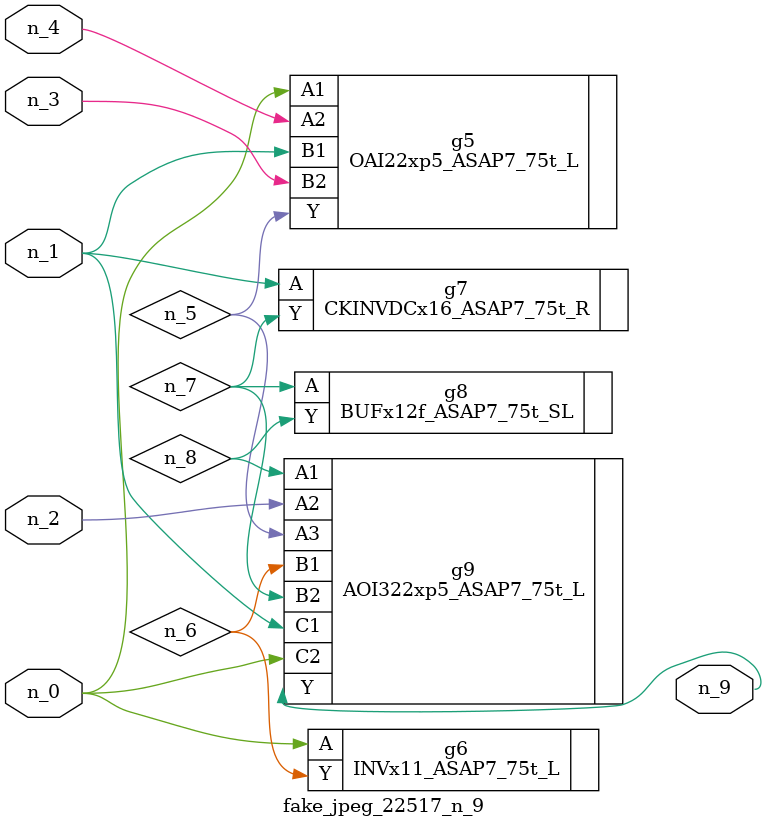
<source format=v>
module fake_jpeg_22517_n_9 (n_3, n_2, n_1, n_0, n_4, n_9);

input n_3;
input n_2;
input n_1;
input n_0;
input n_4;

output n_9;

wire n_8;
wire n_6;
wire n_5;
wire n_7;

OAI22xp5_ASAP7_75t_L g5 ( 
.A1(n_0),
.A2(n_4),
.B1(n_1),
.B2(n_3),
.Y(n_5)
);

INVx11_ASAP7_75t_L g6 ( 
.A(n_0),
.Y(n_6)
);

CKINVDCx16_ASAP7_75t_R g7 ( 
.A(n_1),
.Y(n_7)
);

BUFx12f_ASAP7_75t_SL g8 ( 
.A(n_7),
.Y(n_8)
);

AOI322xp5_ASAP7_75t_L g9 ( 
.A1(n_8),
.A2(n_2),
.A3(n_5),
.B1(n_6),
.B2(n_7),
.C1(n_1),
.C2(n_0),
.Y(n_9)
);


endmodule
</source>
